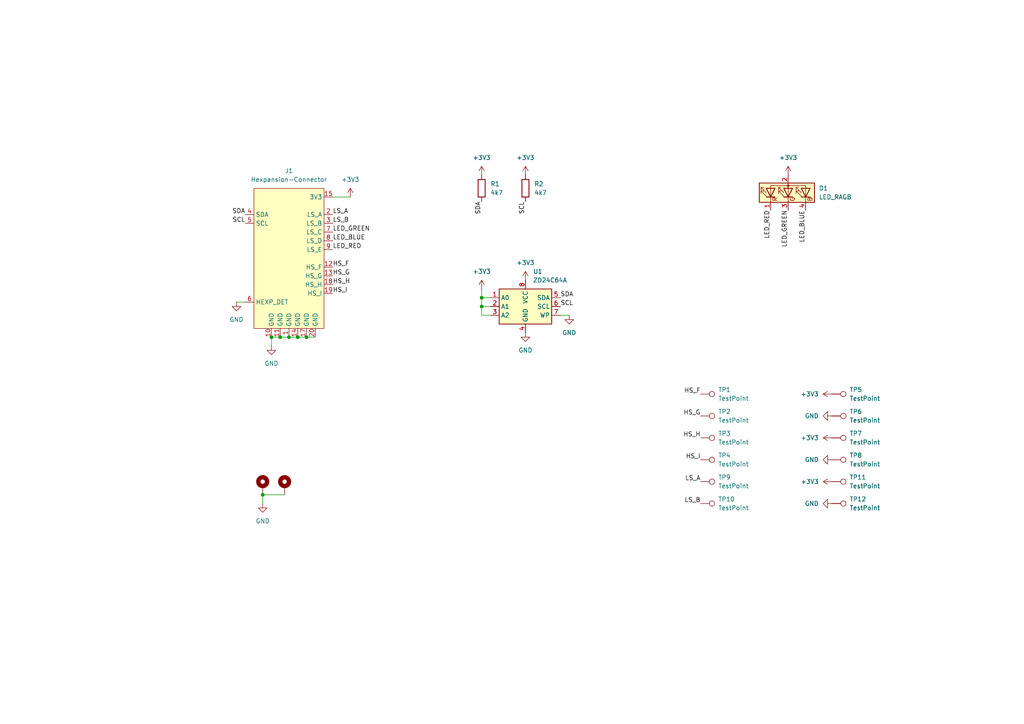
<source format=kicad_sch>
(kicad_sch (version 20231120) (generator "eeschema") (generator_version "8.0")
  (paper "A4")
  (lib_symbols
    (symbol "Connector:TestPoint" (pin_numbers hide) (pin_names (offset 0.762) hide)
      (property "Reference" "TP" (at 0 6.858 0))
      (property "Value" "TestPoint" (at 0 5.08 0))
      (symbol "TestPoint_0_1"
        (circle (center 0 3.302) (radius 0.762))
      )
      (symbol "TestPoint_1_1"
        (pin passive line (at 0 0 90) (length 2.54) (name "1") (number "1"))
      )
    )
    (symbol "Device:LED_RAGB" (pin_names (offset 0) hide)
      (property "Reference" "D" (at 0 9.398 0))
      (property "Value" "LED_RAGB" (at 0 -8.89 0))
      (symbol "LED_RAGB_0_0"
        (text "B" (at -1.905 -6.35 0) (effects (font (size 1.27 1.27))))
        (text "G" (at -1.905 -1.27 0) (effects (font (size 1.27 1.27))))
        (text "R" (at -1.905 3.81 0) (effects (font (size 1.27 1.27))))
      )
      (symbol "LED_RAGB_0_1"
        (polyline (pts (xy -1.27 -5.08) (xy -2.54 -5.08)))
        (polyline (pts (xy -1.27 -5.08) (xy 1.27 -5.08)))
        (polyline (pts (xy -1.27 -3.81) (xy -1.27 -6.35)) (stroke (width 0.254)))
        (polyline (pts (xy -1.27 0) (xy -2.54 0)))
        (polyline (pts (xy -1.27 1.27) (xy -1.27 -1.27)) (stroke (width 0.254)))
        (polyline (pts (xy -1.27 5.08) (xy -2.54 5.08)))
        (polyline (pts (xy -1.27 5.08) (xy 1.27 5.08)))
        (polyline (pts (xy -1.27 6.35) (xy -1.27 3.81)) (stroke (width 0.254)))
        (polyline (pts (xy 1.27 0) (xy -1.27 0)))
        (polyline (pts (xy 1.27 0) (xy 2.54 0)))
        (polyline (pts (xy -1.27 1.27) (xy -1.27 -1.27) (xy -1.27 -1.27)))
        (polyline (pts (xy -1.27 6.35) (xy -1.27 3.81) (xy -1.27 3.81)))
        (polyline (pts (xy 1.27 -5.08) (xy 2.032 -5.08) (xy 2.032 5.08) (xy 1.27 5.08)))
        (polyline (pts (xy 1.27 -3.81) (xy 1.27 -6.35) (xy -1.27 -5.08) (xy 1.27 -3.81)) (stroke (width 0.254)))
        (polyline (pts (xy 1.27 1.27) (xy 1.27 -1.27) (xy -1.27 0) (xy 1.27 1.27)) (stroke (width 0.254)))
        (polyline (pts (xy 1.27 6.35) (xy 1.27 3.81) (xy -1.27 5.08) (xy 1.27 6.35)) (stroke (width 0.254)))
        (polyline (pts (xy -1.016 -3.81) (xy 0.508 -2.286) (xy -0.254 -2.286) (xy 0.508 -2.286) (xy 0.508 -3.048)))
        (polyline (pts (xy -1.016 1.27) (xy 0.508 2.794) (xy -0.254 2.794) (xy 0.508 2.794) (xy 0.508 2.032)))
        (polyline (pts (xy -1.016 6.35) (xy 0.508 7.874) (xy -0.254 7.874) (xy 0.508 7.874) (xy 0.508 7.112)))
        (polyline (pts (xy 0 -3.81) (xy 1.524 -2.286) (xy 0.762 -2.286) (xy 1.524 -2.286) (xy 1.524 -3.048)))
        (polyline (pts (xy 0 1.27) (xy 1.524 2.794) (xy 0.762 2.794) (xy 1.524 2.794) (xy 1.524 2.032)))
        (polyline (pts (xy 0 6.35) (xy 1.524 7.874) (xy 0.762 7.874) (xy 1.524 7.874) (xy 1.524 7.112)))
        (rectangle (start 1.27 -1.27) (end 1.27 1.27))
        (rectangle (start 1.27 1.27) (end 1.27 1.27))
        (rectangle (start 1.27 3.81) (end 1.27 6.35))
        (rectangle (start 1.27 6.35) (end 1.27 6.35))
        (circle (center 2.032 0) (radius 0.254) (fill (type outline)))
        (rectangle (start 2.794 8.382) (end -2.794 -7.62) (stroke (width 0.254)) (fill (type background)))
      )
      (symbol "LED_RAGB_1_1"
        (pin passive line (at -5.08 5.08 0) (length 2.54) (name "RK") (number "1"))
        (pin passive line (at 5.08 0 180) (length 2.54) (name "A") (number "2"))
        (pin passive line (at -5.08 0 0) (length 2.54) (name "GK") (number "3"))
        (pin passive line (at -5.08 -5.08 0) (length 2.54) (name "BK") (number "4"))
      )
    )
    (symbol "Device:R" (pin_numbers hide) (pin_names (offset 0))
      (property "Reference" "R" (at 2.032 0 90))
      (property "Value" "R" (at 0 0 90))
      (symbol "R_0_1"
        (rectangle (start -1.016 -2.54) (end 1.016 2.54) (stroke (width 0.254)))
      )
      (symbol "R_1_1"
        (pin passive line (at 0 3.81 270) (length 1.27) (name "~") (number "1"))
        (pin passive line (at 0 -3.81 90) (length 1.27) (name "~") (number "2"))
      )
    )
    (symbol "Mechanical:MountingHole_Pad" (pin_numbers hide) (pin_names (offset 1.016) hide)
      (property "Reference" "H" (at 0 6.35 0))
      (property "Value" "MountingHole_Pad" (at 0 4.445 0))
      (symbol "MountingHole_Pad_0_1"
        (circle (center 0 1.27) (radius 1.27) (stroke (width 1.27)))
      )
      (symbol "MountingHole_Pad_1_1"
        (pin input line (at 0 -2.54 90) (length 2.54) (name "1") (number "1"))
      )
    )
    (symbol "ZD24C64A_1"
      (property "Reference" "U" (at 0 0 0))
      (property "Value" "ZD24C64A" (at 0 0 0))
      (symbol "ZD24C64A_1_1_1"
        (rectangle (start -7.62 5.08) (end 7.62 -5.08) (stroke (width 0.254)) (fill (type background)))
        (pin input line (at -10.16 2.54 0) (length 2.54) (name "A0") (number "1"))
        (pin input line (at -10.16 0 0) (length 2.54) (name "A1") (number "2"))
        (pin input line (at -10.16 -2.54 0) (length 2.54) (name "A2") (number "3"))
        (pin power_in line (at 0 -7.62 90) (length 2.54) (name "GND") (number "4"))
        (pin bidirectional line (at 10.16 2.54 180) (length 2.54) (name "SDA") (number "5"))
        (pin input line (at 10.16 0 180) (length 2.54) (name "SCL") (number "6"))
        (pin input line (at 10.16 -2.54 180) (length 2.54) (name "WP") (number "7"))
        (pin power_in line (at 0 7.62 270) (length 2.54) (name "VCC") (number "8"))
      )
    )
    (symbol "power:+3V3" (power) (pin_numbers hide) (pin_names (offset 0) hide)
      (property "Value" "+3V3" (at 0 3.556 0))
      (symbol "+3V3_0_1"
        (polyline (pts (xy -0.762 1.27) (xy 0 2.54)))
        (polyline (pts (xy 0 0) (xy 0 2.54)))
        (polyline (pts (xy 0 2.54) (xy 0.762 1.27)))
      )
      (symbol "+3V3_1_1"
        (pin power_in line (at 0 0 90) (length 0) (name "~") (number "1"))
      )
    )
    (symbol "power:GND" (power) (pin_numbers hide) (pin_names (offset 0) hide)
      (property "Value" "GND" (at 0 -3.81 0))
      (symbol "GND_0_1"
        (polyline (pts (xy 0 0) (xy 0 -1.27) (xy 1.27 -1.27) (xy 0 -2.54) (xy -1.27 -1.27) (xy 0 -1.27)))
      )
      (symbol "GND_1_1"
        (pin power_in line (at 0 0 270) (length 0) (name "~") (number "1"))
      )
    )
    (symbol "tildagon:hexpansion-edge-connector" (in_bom no)
      (property "Reference" "J" (at -6.35 17.78 0))
      (property "Value" "Hexpansion-Connector" (at 0 21.59 0))
      (symbol "hexpansion-edge-connector_1_1"
        (rectangle (start -10.16 20.32) (end 10.16 -20.32) (fill (type background)))
        (pin power_out line (at 0 -22.86 90) (length 2.54) (name "GND") (number "1"))
        (pin passive line (at -5.08 -22.86 90) (length 2.54) (name "GND") (number "10"))
        (pin passive line (at -2.54 -22.86 90) (length 2.54) (name "GND") (number "11"))
        (pin bidirectional line (at 12.7 -2.54 180) (length 2.54) (name "HS_F") (number "12"))
        (pin bidirectional line (at 12.7 -5.08 180) (length 2.54) (name "HS_G") (number "13"))
        (pin passive line (at 2.54 -22.86 90) (length 2.54) (name "GND") (number "14"))
        (pin power_out line (at 12.7 17.78 180) (length 2.54) (name "3V3") (number "15"))
        (pin passive line (at 12.7 17.78 180) (length 2.54) hide (name "3V3") (number "16"))
        (pin passive line (at 5.08 -22.86 90) (length 2.54) (name "GND") (number "17"))
        (pin bidirectional line (at 12.7 -7.62 180) (length 2.54) (name "HS_H") (number "18"))
        (pin bidirectional line (at 12.7 -10.16 180) (length 2.54) (name "HS_I") (number "19"))
        (pin bidirectional line (at 12.7 12.7 180) (length 2.54) (name "LS_A") (number "2"))
        (pin passive line (at 7.62 -22.86 90) (length 2.54) (name "GND") (number "20"))
        (pin bidirectional line (at 12.7 10.16 180) (length 2.54) (name "LS_B") (number "3"))
        (pin bidirectional line (at -12.7 12.7 0) (length 2.54) (name "SDA") (number "4"))
        (pin output line (at -12.7 10.16 0) (length 2.54) (name "SCL") (number "5"))
        (pin bidirectional line (at -12.7 -12.7 0) (length 2.54) (name "HEXP_DET") (number "6"))
        (pin bidirectional line (at 12.7 7.62 180) (length 2.54) (name "LS_C") (number "7"))
        (pin bidirectional line (at 12.7 5.08 180) (length 2.54) (name "LS_D") (number "8"))
        (pin bidirectional line (at 12.7 2.54 180) (length 2.54) (name "LS_E") (number "9"))
      )
    )
  )
  (junction (at 88.9 97.79))
  (junction (at 139.7 86.36))
  (junction (at 81.28 97.79))
  (junction (at 86.36 97.79))
  (junction (at 83.82 97.79))
  (junction (at 78.74 97.79))
  (junction (at 139.7 88.9))
  (junction (at 76.2 143.51))
  (wire (pts (xy 76.2 143.51) (xy 82.55 143.51)))
  (wire (pts (xy 81.28 97.79) (xy 83.82 97.79)))
  (wire (pts (xy 83.82 97.79) (xy 86.36 97.79)))
  (wire (pts (xy 76.2 143.51) (xy 76.2 146.05)))
  (wire (pts (xy 86.36 97.79) (xy 88.9 97.79)))
  (wire (pts (xy 162.56 91.44) (xy 165.1 91.44)))
  (wire (pts (xy 139.7 83.82) (xy 139.7 86.36)))
  (wire (pts (xy 78.74 97.79) (xy 78.74 100.33)))
  (wire (pts (xy 139.7 88.9) (xy 142.24 88.9)))
  (wire (pts (xy 96.52 57.15) (xy 101.6 57.15)))
  (wire (pts (xy 68.58 87.63) (xy 71.12 87.63)))
  (wire (pts (xy 139.7 86.36) (xy 139.7 88.9)))
  (wire (pts (xy 139.7 88.9) (xy 139.7 91.44)))
  (wire (pts (xy 139.7 86.36) (xy 142.24 86.36)))
  (wire (pts (xy 88.9 97.79) (xy 91.44 97.79)))
  (wire (pts (xy 139.7 91.44) (xy 142.24 91.44)))
  (wire (pts (xy 78.74 97.79) (xy 81.28 97.79)))
  (label "SCL" (at 152.4 58.42 270))
  (label "HS_H" (at 96.52 82.55 0))
  (label "LED_RED" (at 96.52 72.39 0))
  (label "HS_G" (at 203.2 120.65 180))
  (label "HS_F" (at 96.52 77.47 0))
  (label "LS_B" (at 96.52 64.77 0))
  (label "LED_RED" (at 223.52 60.96 270))
  (label "HS_F" (at 203.2 114.3 180))
  (label "SCL" (at 71.12 64.77 180))
  (label "HS_I" (at 203.2 133.35 180))
  (label "HS_H" (at 203.2 127 180))
  (label "SCL" (at 162.56 88.9 0))
  (label "SDA" (at 71.12 62.23 180))
  (label "LS_A" (at 203.2 139.7 180))
  (label "LED_BLUE" (at 233.68 60.96 270))
  (label "SDA" (at 162.56 86.36 0))
  (label "HS_G" (at 96.52 80.01 0))
  (label "LED_BLUE" (at 96.52 69.85 0))
  (label "LS_A" (at 96.52 62.23 0))
  (label "SDA" (at 139.7 58.42 270))
  (label "HS_I" (at 96.52 85.09 0))
  (label "LS_B" (at 203.2 146.05 180))
  (label "LED_GREEN" (at 228.6 60.96 270))
  (label "LED_GREEN" (at 96.52 67.31 0))
  (symbol (lib_id "power:GND") (at 165.1 91.44 0) (unit 1)
    (property "Reference" "#PWR011" (effects (hide yes)))
    (property "Value" "GND" (at 165.1 96.52 0))
    (property "Description" "Power symbol creates a global label with name \"GND\" , ground" (effects (hide yes)))
  )
  (symbol (lib_id "power:GND") (at 241.3 146.05 270) (unit 1)
    (property "Reference" "#PWR017" (effects (hide yes)))
    (property "Value" "GND" (at 237.49 146.0499 90) (effects (justify right)))
    (property "Description" "Power symbol creates a global label with name \"GND\" , ground" (effects (hide yes)))
  )
  (symbol (lib_id "Connector:TestPoint") (at 241.3 146.05 270) (unit 1)
    (property "Reference" "TP12" (at 246.38 144.7799 90) (effects (justify left)))
    (property "Value" "TestPoint" (at 246.38 147.3199 90) (effects (justify left)))
    (property "Footprint" "TestPoint:TestPoint_Pad_1.0x1.0mm" (effects (hide yes)))
    (property "Description" "test point" (effects (hide yes)))
  )
  (symbol (lib_id "Device:LED_RAGB") (at 228.6 55.88 90) (unit 1)
    (property "Reference" "D1" (at 237.49 54.6099 90) (effects (justify right)))
    (property "Value" "LED_RAGB" (at 237.49 57.1499 90) (effects (justify right)))
    (property "Footprint" "LED_THT:LED_D5.0mm-4_RGB" (effects (hide yes)))
    (property "Description" "RGB LED, red/anode/green/blue" (effects (hide yes)))
  )
  (symbol (lib_id "power:+3V3") (at 228.6 50.8 0) (unit 1)
    (property "Reference" "#PWR04" (effects (hide yes)))
    (property "Value" "+3V3" (at 228.6 45.72 0))
    (property "Description" "Power symbol creates a global label with name \"+3V3\"" (effects (hide yes)))
  )
  (symbol (lib_id "Connector:TestPoint") (at 241.3 133.35 270) (unit 1)
    (property "Reference" "TP8" (at 246.38 132.0799 90) (effects (justify left)))
    (property "Value" "TestPoint" (at 246.38 134.6199 90) (effects (justify left)))
    (property "Footprint" "TestPoint:TestPoint_Pad_D1.0mm" (effects (hide yes)))
    (property "Description" "test point" (effects (hide yes)))
  )
  (symbol (lib_id "Connector:TestPoint") (at 203.2 127 270) (unit 1)
    (property "Reference" "TP3" (at 208.28 125.7299 90) (effects (justify left)))
    (property "Value" "TestPoint" (at 208.28 128.2699 90) (effects (justify left)))
    (property "Footprint" "TestPoint:TestPoint_Pad_D1.0mm" (effects (hide yes)))
    (property "Description" "test point" (effects (hide yes)))
  )
  (symbol (lib_id "power:+3V3") (at 101.6 57.15 0) (unit 1)
    (property "Reference" "#PWR05" (effects (hide yes)))
    (property "Value" "+3V3" (at 101.6 52.07 0))
    (property "Description" "Power symbol creates a global label with name \"+3V3\"" (effects (hide yes)))
  )
  (symbol (lib_id "Mechanical:MountingHole_Pad") (at 76.2 140.97 0) (unit 1)
    (property "Reference" "H1" (effects (hide yes)))
    (property "Value" "MountingHole_Pad" (effects (hide yes)))
    (property "Footprint" "MountingHole:MountingHole_2.2mm_M2_Pad_Via" (effects (hide yes)))
  )
  (symbol (lib_id "power:+3V3") (at 241.3 127 90) (unit 1)
    (property "Reference" "#PWR015" (effects (hide yes)))
    (property "Value" "+3V3" (at 237.49 126.9999 90) (effects (justify left)))
    (property "Description" "Power symbol creates a global label with name \"+3V3\"" (effects (hide yes)))
  )
  (symbol (lib_id "Connector:TestPoint") (at 203.2 146.05 270) (unit 1)
    (property "Reference" "TP10" (at 208.28 144.7799 90) (effects (justify left)))
    (property "Value" "TestPoint" (at 208.28 147.3199 90) (effects (justify left)))
    (property "Footprint" "TestPoint:TestPoint_Pad_1.0x1.0mm" (effects (hide yes)))
    (property "Description" "test point" (effects (hide yes)))
  )
  (symbol (lib_id "power:GND") (at 78.74 100.33 0) (unit 1)
    (property "Reference" "#PWR01" (effects (hide yes)))
    (property "Value" "GND" (at 78.74 105.41 0))
    (property "Description" "Power symbol creates a global label with name \"GND\" , ground" (effects (hide yes)))
  )
  (symbol (lib_id "Connector:TestPoint") (at 203.2 114.3 270) (unit 1)
    (property "Reference" "TP1" (at 208.28 113.0299 90) (effects (justify left)))
    (property "Value" "TestPoint" (at 208.28 115.5699 90) (effects (justify left)))
    (property "Footprint" "TestPoint:TestPoint_Pad_D1.0mm" (effects (hide yes)))
    (property "Description" "test point" (effects (hide yes)))
  )
  (symbol (lib_id "Connector:TestPoint") (at 241.3 114.3 270) (unit 1)
    (property "Reference" "TP5" (at 246.38 113.0299 90) (effects (justify left)))
    (property "Value" "TestPoint" (at 246.38 115.5699 90) (effects (justify left)))
    (property "Footprint" "TestPoint:TestPoint_Pad_D1.0mm" (effects (hide yes)))
    (property "Description" "test point" (effects (hide yes)))
  )
  (symbol (lib_name "ZD24C64A_1") (lib_id "hexpansion:ZD24C64A") (at 152.4 88.9 0) (unit 1)
    (property "Reference" "U1" (at 154.5941 78.74 0) (effects (justify left)))
    (property "Value" "ZD24C64A" (at 154.5941 81.28 0) (effects (justify left)))
    (property "Footprint" "Package_SO:TSSOP-8_4.4x3mm_P0.65mm" (effects (hide yes)))
    (property "Datasheet" "https://www.lcsc.com/datasheet/lcsc_datasheet_2108150430_Zetta-ZD24C64A-XGMT_C2875852.pdf" (effects (hide yes)))
    (property "Description" "64Kbit 1MHz I2C TSSOP-8 EEPROM ROHS " (effects (hide yes)))
    (property "LCSC" "C2875852" (effects (hide yes)))
  )
  (symbol (lib_id "Connector:TestPoint") (at 241.3 127 270) (unit 1)
    (property "Reference" "TP7" (at 246.38 125.7299 90) (effects (justify left)))
    (property "Value" "TestPoint" (at 246.38 128.2699 90) (effects (justify left)))
    (property "Footprint" "TestPoint:TestPoint_Pad_D1.0mm" (effects (hide yes)))
    (property "Description" "test point" (effects (hide yes)))
  )
  (symbol (lib_id "power:GND") (at 76.2 146.05 0) (unit 1)
    (property "Reference" "#PWR02" (effects (hide yes)))
    (property "Value" "GND" (at 76.2 151.13 0))
    (property "Description" "Power symbol creates a global label with name \"GND\" , ground" (effects (hide yes)))
  )
  (symbol (lib_id "Mechanical:MountingHole_Pad") (at 82.55 140.97 0) (unit 1)
    (property "Reference" "H2" (effects (hide yes)))
    (property "Value" "MountingHole_Pad" (effects (hide yes)))
    (property "Footprint" "MountingHole:MountingHole_2.2mm_M2_Pad_Via" (effects (hide yes)))
  )
  (symbol (lib_id "power:+3V3") (at 139.7 50.8 0) (unit 1)
    (property "Reference" "#PWR07" (effects (hide yes)))
    (property "Value" "+3V3" (at 139.7 45.72 0))
    (property "Description" "Power symbol creates a global label with name \"+3V3\"" (effects (hide yes)))
  )
  (symbol (lib_id "tildagon:hexpansion-edge-connector") (at 83.82 74.93 0) (unit 1) (exclude_from_sim yes) (in_bom no)
    (property "Reference" "J1" (at 83.82 49.53 0))
    (property "Value" "Hexpansion-Connector" (at 83.82 52.07 0))
    (property "Footprint" "tildagon:hexpansion-edge-connector" (effects (hide yes)))
  )
  (symbol (lib_id "power:+3V3") (at 241.3 139.7 90) (unit 1)
    (property "Reference" "#PWR016" (effects (hide yes)))
    (property "Value" "+3V3" (at 237.49 139.6999 90) (effects (justify left)))
    (property "Description" "Power symbol creates a global label with name \"+3V3\"" (effects (hide yes)))
  )
  (symbol (lib_id "power:+3V3") (at 241.3 114.3 90) (unit 1)
    (property "Reference" "#PWR014" (effects (hide yes)))
    (property "Value" "+3V3" (at 237.49 114.2999 90) (effects (justify left)))
    (property "Description" "Power symbol creates a global label with name \"+3V3\"" (effects (hide yes)))
  )
  (symbol (lib_id "Connector:TestPoint") (at 203.2 133.35 270) (unit 1)
    (property "Reference" "TP4" (at 208.28 132.0799 90) (effects (justify left)))
    (property "Value" "TestPoint" (at 208.28 134.6199 90) (effects (justify left)))
    (property "Footprint" "TestPoint:TestPoint_Pad_D1.0mm" (effects (hide yes)))
    (property "Description" "test point" (effects (hide yes)))
  )
  (symbol (lib_id "power:GND") (at 68.58 87.63 0) (unit 1)
    (property "Reference" "#PWR03" (effects (hide yes)))
    (property "Value" "GND" (at 68.58 92.71 0))
    (property "Description" "Power symbol creates a global label with name \"GND\" , ground" (effects (hide yes)))
  )
  (symbol (lib_id "Connector:TestPoint") (at 241.3 120.65 270) (unit 1)
    (property "Reference" "TP6" (at 246.38 119.3799 90) (effects (justify left)))
    (property "Value" "TestPoint" (at 246.38 121.9199 90) (effects (justify left)))
    (property "Footprint" "TestPoint:TestPoint_Pad_D1.0mm" (effects (hide yes)))
    (property "Description" "test point" (effects (hide yes)))
  )
  (symbol (lib_id "power:+3V3") (at 152.4 50.8 0) (unit 1)
    (property "Reference" "#PWR08" (effects (hide yes)))
    (property "Value" "+3V3" (at 152.4 45.72 0))
    (property "Description" "Power symbol creates a global label with name \"+3V3\"" (effects (hide yes)))
  )
  (symbol (lib_id "power:GND") (at 241.3 120.65 270) (unit 1)
    (property "Reference" "#PWR06" (effects (hide yes)))
    (property "Value" "GND" (at 237.49 120.6499 90) (effects (justify right)))
    (property "Description" "Power symbol creates a global label with name \"GND\" , ground" (effects (hide yes)))
  )
  (symbol (lib_id "power:GND") (at 241.3 133.35 270) (unit 1)
    (property "Reference" "#PWR013" (effects (hide yes)))
    (property "Value" "GND" (at 237.49 133.3499 90) (effects (justify right)))
    (property "Description" "Power symbol creates a global label with name \"GND\" , ground" (effects (hide yes)))
  )
  (symbol (lib_id "Device:R") (at 139.7 54.61 0) (unit 1)
    (property "Reference" "R1" (at 142.24 53.3399 0) (effects (justify left)))
    (property "Value" "4k7" (at 142.24 55.8799 0) (effects (justify left)))
    (property "Footprint" "Resistor_SMD:R_0603_1608Metric" (effects (hide yes)))
    (property "Description" "Resistor" (effects (hide yes)))
    (property "LCSC" "C3017854" (effects (hide yes)))
  )
  (symbol (lib_id "Connector:TestPoint") (at 203.2 120.65 270) (unit 1)
    (property "Reference" "TP2" (at 208.28 119.3799 90) (effects (justify left)))
    (property "Value" "TestPoint" (at 208.28 121.9199 90) (effects (justify left)))
    (property "Footprint" "TestPoint:TestPoint_Pad_D1.0mm" (effects (hide yes)))
    (property "Description" "test point" (effects (hide yes)))
  )
  (symbol (lib_id "Connector:TestPoint") (at 203.2 139.7 270) (unit 1)
    (property "Reference" "TP9" (at 208.28 138.4299 90) (effects (justify left)))
    (property "Value" "TestPoint" (at 208.28 140.9699 90) (effects (justify left)))
    (property "Footprint" "TestPoint:TestPoint_Pad_1.0x1.0mm" (effects (hide yes)))
    (property "Description" "test point" (effects (hide yes)))
  )
  (symbol (lib_id "power:+3V3") (at 139.7 83.82 0) (unit 1)
    (property "Reference" "#PWR012" (effects (hide yes)))
    (property "Value" "+3V3" (at 139.7 78.74 0))
    (property "Description" "Power symbol creates a global label with name \"+3V3\"" (effects (hide yes)))
  )
  (symbol (lib_id "power:+3V3") (at 152.4 81.28 0) (unit 1)
    (property "Reference" "#PWR09" (effects (hide yes)))
    (property "Value" "+3V3" (at 152.4 76.2 0))
    (property "Description" "Power symbol creates a global label with name \"+3V3\"" (effects (hide yes)))
  )
  (symbol (lib_id "power:GND") (at 152.4 96.52 0) (unit 1)
    (property "Reference" "#PWR010" (effects (hide yes)))
    (property "Value" "GND" (at 152.4 101.6 0))
    (property "Description" "Power symbol creates a global label with name \"GND\" , ground" (effects (hide yes)))
  )
  (symbol (lib_id "Device:R") (at 152.4 54.61 0) (unit 1)
    (property "Reference" "R2" (at 154.94 53.3399 0) (effects (justify left)))
    (property "Value" "4k7" (at 154.94 55.8799 0) (effects (justify left)))
    (property "Footprint" "Resistor_SMD:R_0603_1608Metric" (effects (hide yes)))
    (property "Description" "Resistor" (effects (hide yes)))
    (property "LCSC" "C3017854" (effects (hide yes)))
  )
  (symbol (lib_id "Connector:TestPoint") (at 241.3 139.7 270) (unit 1)
    (property "Reference" "TP11" (at 246.38 138.4299 90) (effects (justify left)))
    (property "Value" "TestPoint" (at 246.38 140.9699 90) (effects (justify left)))
    (property "Footprint" "TestPoint:TestPoint_Pad_1.0x1.0mm" (effects (hide yes)))
    (property "Description" "test point" (effects (hide yes)))
  )
)
</source>
